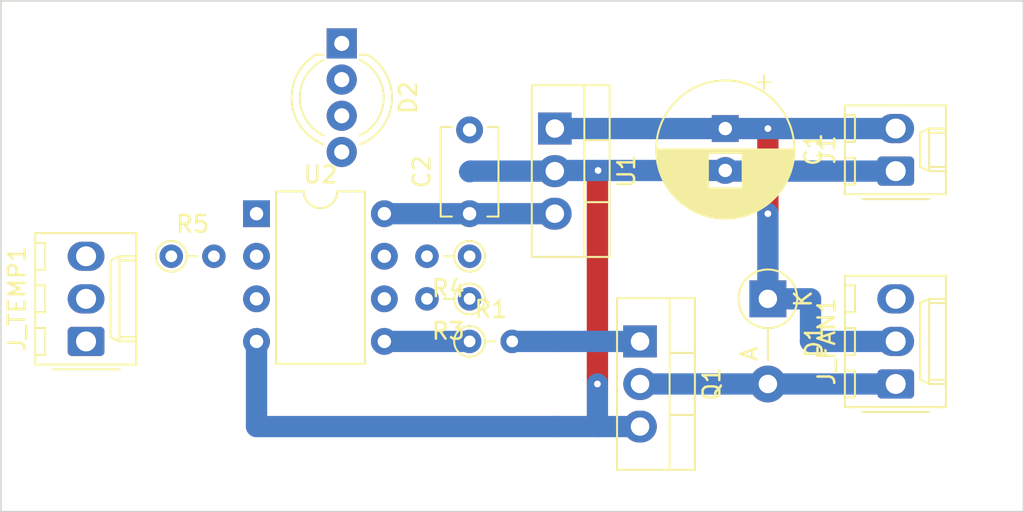
<source format=kicad_pcb>
(kicad_pcb (version 20211014) (generator pcbnew)
  (layers (0 "F.Cu" signal) (31 "B.Cu" signal) (34 "B.Paste" user) (35 "F.Paste" user) (36 "B.SilkS" user "B.Silkscreen") (37 "F.SilkS" user "F.Silkscreen") (38 "B.Mask" user) (39 "F.Mask" user) (44 "Edge.Cuts" user))
  (net 0 "")
  (net 1 "+12V")
  (net 2 "GND")
  (net 3 "Net-(D1-Pad2)")
  (net 5 "Net-(J_TEMP1-Pad2)")
  (net 6 "Net-(Q1-Pad1)")
  (net 7 "Net-(R1-Pad1)")
  (net 9 "Net-(D2-Pad1)")
  (net 10 "Net-(D2-Pad2)")
  (net 11 "Net-(D2-Pad3)")
  (net 12 "+5V")
  (net 13 "Net-(R3-Pad2)")
  (net 14 "Net-(R4-Pad2)")
  (net 15 "Net-(R5-Pad2)")
  (footprint "Resistor_THT:R_Axial_DIN0204_L3.6mm_D1.6mm_P2.54mm_Vertical" (layer "F.Cu") (at 127 93.98)
    (fp_text reference "R5" (at 1.27 -1.92) (layer "F.SilkS"))
    (fp_text value "2k2")
    (fp_line (start 0.92 0) (end 1.54 0) (layer "F.SilkS") (width 0.12))
    (fp_circle (center 0 0) (end 0.92 0) (layer "F.SilkS") (width 0.12) (fill none))
    (pad "1" thru_hole circle (at 0 0) (size 1.4 1.4) (drill 0.7) (layers *.Cu *.Mask) (net 11 "Net-(D2-Pad3)"))
    (pad "2" thru_hole oval (at 2.54 0) (size 1.4 1.4) (drill 0.7) (layers *.Cu *.Mask) (net 15 "Net-(R5-Pad2)"))
  )
  (footprint "Resistor_THT:R_Axial_DIN0204_L3.6mm_D1.6mm_P2.54mm_Vertical" (layer "F.Cu") (at 144.78 99.06)
    (fp_text reference "R1" (at 1.27 -1.92) (layer "F.SilkS"))
    (fp_text value "470R")
    (fp_line (start 0.92 0) (end 1.54 0) (layer "F.SilkS") (width 0.12))
    (fp_circle (center 0 0) (end 0.92 0) (layer "F.SilkS") (width 0.12) (fill none))
    (pad "1" thru_hole circle (at 0 0) (size 1.4 1.4) (drill 0.7) (layers *.Cu *.Mask) (net 7 "Net-(R1-Pad1)"))
    (pad "2" thru_hole oval (at 2.54 0) (size 1.4 1.4) (drill 0.7) (layers *.Cu *.Mask) (net 6 "Net-(Q1-Pad1)"))
  )
  (footprint "LED_THT:LED_D5.0mm-4_RGB_Wide_Pins" (layer "F.Cu") (at 137.16 81.28 -90)
    (fp_text reference "D2" (at 3.2385 -3.96 90) (layer "F.SilkS"))
    (fp_text value "LED_RGBA")
    (fp_line (start 0.6785 -1.545) (end 0.6785 -1.08) (layer "F.SilkS") (width 0.12))
    (fp_line (start 0.6785 1.08) (end 0.6785 1.545) (layer "F.SilkS") (width 0.12))
    (fp_arc (start 5.492979 1.080429) (mid 3.238262 2.5) (end 0.983816 1.08) (layer "F.SilkS") (width 0.12))
    (fp_arc (start 6.026315 1.080827) (mid 3.496956 2.978808) (end 0.6785 1.54483) (layer "F.SilkS") (width 0.12))
    (fp_arc (start 0.983816 -1.08) (mid 3.238262 -2.5) (end 5.492979 -1.080429) (layer "F.SilkS") (width 0.12))
    (fp_arc (start 0.6785 -1.54483) (mid 3.496956 -2.978809) (end 6.026315 -1.080827) (layer "F.SilkS") (width 0.12))
    (pad "1" thru_hole rect (at 0 0 270) (size 1.8 1.8) (drill 0.9) (layers *.Cu *.Mask) (net 9 "Net-(D2-Pad1)"))
    (pad "2" thru_hole circle (at 2.159 0 270) (size 1.8 1.8) (drill 0.9) (layers *.Cu *.Mask) (net 10 "Net-(D2-Pad2)"))
    (pad "3" thru_hole circle (at 4.318 0 270) (size 1.8 1.8) (drill 0.9) (layers *.Cu *.Mask) (net 11 "Net-(D2-Pad3)"))
    (pad "4" thru_hole circle (at 6.477 0 270) (size 1.8 1.8) (drill 0.9) (layers *.Cu *.Mask) (net 12 "+5V"))
  )
  (footprint "Capacitor_THT:CP_Radial_D8.0mm_P2.50mm" (layer "F.Cu") (at 160.02 86.36 -90)
    (fp_text reference "C1" (at 1.25 -5.25 90) (layer "F.SilkS"))
    (fp_text value "470u")
    (fp_line (start 4.331 -2.697) (end 4.331 2.697) (layer "F.SilkS") (width 0.12))
    (fp_line (start 2.011 -4.01) (end 2.011 -1.04) (layer "F.SilkS") (width 0.12))
    (fp_line (start 2.891 -3.74) (end 2.891 -1.04) (layer "F.SilkS") (width 0.12))
    (fp_line (start 5.131 -1.346) (end 5.131 1.346) (layer "F.SilkS") (width 0.12))
    (fp_line (start 2.171 -3.976) (end 2.171 -1.04) (layer "F.SilkS") (width 0.12))
    (fp_line (start 1.53 1.04) (end 1.53 4.071) (layer "F.SilkS") (width 0.12))
    (fp_line (start 2.651 1.04) (end 2.651 3.835) (layer "F.SilkS") (width 0.12))
    (fp_line (start 3.691 -3.28) (end 3.691 3.28) (layer "F.SilkS") (width 0.12))
    (fp_line (start 4.491 -2.505) (end 4.491 2.505) (layer "F.SilkS") (width 0.12))
    (fp_line (start 3.411 1.04) (end 3.411 3.469) (layer "F.SilkS") (width 0.12))
    (fp_line (start 2.211 -3.967) (end 2.211 -1.04) (layer "F.SilkS") (width 0.12))
    (fp_line (start 2.571 1.04) (end 2.571 3.863) (layer "F.SilkS") (width 0.12))
    (fp_line (start 4.851 -1.964) (end 4.851 1.964) (layer "F.SilkS") (width 0.12))
    (fp_line (start 3.331 -3.517) (end 3.331 -1.04) (layer "F.SilkS") (width 0.12))
    (fp_line (start 2.971 1.04) (end 2.971 3.704) (layer "F.SilkS") (width 0.12))
    (fp_line (start 1.81 -4.042) (end 1.81 -1.04) (layer "F.SilkS") (width 0.12))
    (fp_line (start 2.611 1.04) (end 2.611 3.85) (layer "F.SilkS") (width 0.12))
    (fp_line (start 3.011 1.04) (end 3.011 3.686) (layer "F.SilkS") (width 0.12))
    (fp_line (start 3.571 -3.365) (end 3.571 3.365) (layer "F.SilkS") (width 0.12))
    (fp_line (start 4.731 -2.166) (end 4.731 2.166) (layer "F.SilkS") (width 0.12))
    (fp_line (start 2.771 -3.79) (end 2.771 -1.04) (layer "F.SilkS") (width 0.12))
    (fp_line (start 4.211 -2.826) (end 4.211 2.826) (layer "F.SilkS") (width 0.12))
    (fp_line (start 1.89 -4.03) (end 1.89 -1.04) (layer "F.SilkS") (width 0.12))
    (fp_line (start 1.89 1.04) (end 1.89 4.03) (layer "F.SilkS") (width 0.12))
    (fp_line (start 1.57 -4.068) (end 1.57 -1.04) (layer "F.SilkS") (width 0.12))
    (fp_line (start 3.491 1.04) (end 3.491 3.418) (layer "F.SilkS") (width 0.12))
    (fp_line (start 3.171 -3.606) (end 3.171 -1.04) (layer "F.SilkS") (width 0.12))
    (fp_line (start 2.451 1.04) (end 2.451 3.902) (layer "F.SilkS") (width 0.12))
    (fp_line (start 2.091 -3.994) (end 2.091 -1.04) (layer "F.SilkS") (width 0.12))
    (fp_line (start 2.891 1.04) (end 2.891 3.74) (layer "F.SilkS") (width 0.12))
    (fp_line (start 1.25 -4.08) (end 1.25 4.08) (layer "F.SilkS") (width 0.12))
    (fp_line (start 1.61 -4.065) (end 1.61 -1.04) (layer "F.SilkS") (width 0.12))
    (fp_line (start 1.971 1.04) (end 1.971 4.017) (layer "F.SilkS") (width 0.12))
    (fp_line (start 4.251 -2.784) (end 4.251 2.784) (layer "F.SilkS") (width 0.12))
    (fp_line (start 2.051 -4.002) (end 2.051 -1.04) (layer "F.SilkS") (width 0.12))
    (fp_line (start 3.811 -3.189) (end 3.811 3.189) (layer "F.SilkS") (width 0.12))
    (fp_line (start 5.251 -0.948) (end 5.251 0.948) (layer "F.SilkS") (width 0.12))
    (fp_line (start 1.49 -4.074) (end 1.49 -1.04) (layer "F.SilkS") (width 0.12))
    (fp_line (start 2.811 -3.774) (end 2.811 -1.04) (layer "F.SilkS") (width 0.12))
    (fp_line (start 2.331 -3.936) (end 2.331 -1.04) (layer "F.SilkS") (width 0.12))
    (fp_line (start 3.051 1.04) (end 3.051 3.666) (layer "F.SilkS") (width 0.12))
    (fp_line (start 2.131 -3.985) (end 2.131 -1.04) (layer "F.SilkS") (width 0.12))
    (fp_line (start 2.211 1.04) (end 2.211 3.967) (layer "F.SilkS") (width 0.12))
    (fp_line (start 5.211 -1.098) (end 5.211 1.098) (layer "F.SilkS") (width 0.12))
    (fp_line (start 4.531 -2.454) (end 4.531 2.454) (layer "F.SilkS") (width 0.12))
    (fp_line (start 1.45 -4.076) (end 1.45 4.076) (layer "F.SilkS") (width 0.12))
    (fp_line (start 3.051 -3.666) (end 3.051 -1.04) (layer "F.SilkS") (width 0.12))
    (fp_line (start 2.451 -3.902) (end 2.451 -1.04) (layer "F.SilkS") (width 0.12))
    (fp_line (start 5.171 -1.229) (end 5.171 1.229) (layer "F.SilkS") (width 0.12))
    (fp_line (start 3.291 1.04) (end 3.291 3.54) (layer "F.SilkS") (width 0.12))
    (fp_line (start 2.051 1.04) (end 2.051 4.002) (layer "F.SilkS") (width 0.12))
    (fp_line (start 2.771 1.04) (end 2.771 3.79) (layer "F.SilkS") (width 0.12))
    (fp_line (start 5.051 -1.552) (end 5.051 1.552) (layer "F.SilkS") (width 0.12))
    (fp_line (start 5.011 -1.645) (end 5.011 1.645) (layer "F.SilkS") (width 0.12))
    (fp_line (start 1.69 -4.057) (end 1.69 -1.04) (layer "F.SilkS") (width 0.12))
    (fp_line (start 4.931 -1.813) (end 4.931 1.813) (layer "F.SilkS") (width 0.12))
    (fp_line (start 2.531 1.04) (end 2.531 3.877) (layer "F.SilkS") (width 0.12))
    (fp_line (start 3.411 -3.469) (end 3.411 -1.04) (layer "F.SilkS") (width 0.12))
    (fp_line (start 4.051 -2.983) (end 4.051 2.983) (layer "F.SilkS") (width 0.12))
    (fp_line (start 4.451 -2.556) (end 4.451 2.556) (layer "F.SilkS") (width 0.12))
    (fp_line (start 4.411 -2.604) (end 4.411 2.604) (layer "F.SilkS") (width 0.12))
    (fp_line (start 3.731 -3.25) (end 3.731 3.25) (layer "F.SilkS") (width 0.12))
    (fp_line (start 3.171 1.04) (end 3.171 3.606) (layer "F.SilkS") (width 0.12))
    (fp_line (start 2.291 -3.947) (end 2.291 -1.04) (layer "F.SilkS") (width 0.12))
    (fp_line (start 2.131 1.04) (end 2.131 3.985) (layer "F.SilkS") (width 0.12))
    (fp_line (start 4.691 -2.228) (end 4.691 2.228) (layer "F.SilkS") (width 0.12))
    (fp_line (start 2.571 -3.863) (end 2.571 -1.04) (layer "F.SilkS") (width 0.12))
    (fp_line (start 2.371 -3.925) (end 2.371 -1.04) (layer "F.SilkS") (width 0.12))
    (fp_line (start 3.331 1.04) (end 3.331 3.517) (layer "F.SilkS") (width 0.12))
    (fp_line (start 4.891 -1.89) (end 4.891 1.89) (layer "F.SilkS") (width 0.12))
    (fp_line (start 1.57 1.04) (end 1.57 4.068) (layer "F.SilkS") (width 0.12))
    (fp_line (start 5.291 -0.768) (end 5.291 0.768) (layer "F.SilkS") (width 0.12))
    (fp_line (start 1.971 -4.017) (end 1.971 -1.04) (layer "F.SilkS") (width 0.12))
    (fp_line (start 4.611 -2.345) (end 4.611 2.345) (layer "F.SilkS") (width 0.12))
    (fp_line (start -3.159698 -2.315) (end -2.359698 -2.315) (layer "F.SilkS") (width 0.12))
    (fp_line (start 1.29 -4.08) (end 1.29 4.08) (layer "F.SilkS") (width 0.12))
    (fp_line (start 4.571 -2.4) (end 4.571 2.4) (layer "F.SilkS") (width 0.12))
    (fp_line (start 2.411 -3.914) (end 2.411 -1.04) (layer "F.SilkS") (width 0.12))
    (fp_line (start 1.85 1.04) (end 1.85 4.037) (layer "F.SilkS") (width 0.12))
    (fp_line (start 1.81 1.04) (end 1.81 4.042) (layer "F.SilkS") (width 0.12))
    (fp_line (start 2.731 -3.805) (end 2.731 -1.04) (layer "F.SilkS") (width 0.12))
    (fp_line (start 3.371 -3.493) (end 3.371 -1.04) (layer "F.SilkS") (width 0.12))
    (fp_line (start 2.691 1.04) (end 2.691 3.821) (layer "F.SilkS") (width 0.12))
    (fp_line (start 1.65 -4.061) (end 1.65 -1.04) (layer "F.SilkS") (width 0.12))
    (fp_line (start 3.251 1.04) (end 3.251 3.562) (layer "F.SilkS") (width 0.12))
    (fp_line (start 2.251 1.04) (end 2.251 3.957) (layer "F.SilkS") (width 0.12))
    (fp_line (start 3.651 -3.309) (end 3.651 3.309) (layer "F.SilkS") (width 0.12))
    (fp_line (start 4.291 -2.741) (end 4.291 2.741) (layer "F.SilkS") (width 0.12))
    (fp_line (start 2.171 1.04) (end 2.171 3.976) (layer "F.SilkS") (width 0.12))
    (fp_line (start 2.291 1.04) (end 2.291 3.947) (layer "F.SilkS") (width 0.12))
    (fp_line (start 4.171 -2.867) (end 4.171 2.867) (layer "F.SilkS") (width 0.12))
    (fp_line (start 4.771 -2.102) (end 4.771 2.102) (layer "F.SilkS") (width 0.12))
    (fp_line (start 4.131 -2.907) (end 4.131 2.907) (layer "F.SilkS") (width 0.12))
    (fp_line (start 2.491 1.04) (end 2.491 3.889) (layer "F.SilkS") (width 0.12))
    (fp_line (start 2.931 -3.722) (end 2.931 -1.04) (layer "F.SilkS") (width 0.12))
    (fp_line (start 3.611 -3.338) (end 3.611 3.338) (layer "F.SilkS") (width 0.12))
    (fp_line (start 3.371 1.04) (end 3.371 3.493) (layer "F.SilkS") (width 0.12))
    (fp_line (start 3.531 -3.392) (end 3.531 -1.04) (layer "F.SilkS") (width 0.12))
    (fp_line (start 1.49 1.04) (end 1.49 4.074) (layer "F.SilkS") (width 0.12))
    (fp_line (start 4.091 -2.945) (end 4.091 2.945) (layer "F.SilkS") (width 0.12))
    (fp_line (start 2.611 -3.85) (end 2.611 -1.04) (layer "F.SilkS") (width 0.12))
    (fp_line (start 3.211 1.04) (end 3.211 3.584) (layer "F.SilkS") (width 0.12))
    (fp_line (start 3.451 -3.444) (end 3.451 -1.04) (layer "F.SilkS") (width 0.12))
    (fp_line (start 1.77 1.04) (end 1.77 4.048) (layer "F.SilkS") (width 0.12))
    (fp_line (start 2.091 1.04) (end 2.091 3.994) (layer "F.SilkS") (width 0.12))
    (fp_line (start 1.37 -4.079) (end 1.37 4.079) (layer "F.SilkS") (width 0.12))
    (fp_line (start 2.931 1.04) (end 2.931 3.722) (layer "F.SilkS") (width 0.12))
    (fp_line (start 1.85 -4.037) (end 1.85 -1.04) (layer "F.SilkS") (width 0.12))
    (fp_line (start 3.091 -3.647) (end 3.091 -1.04) (layer "F.SilkS") (width 0.12))
    (fp_line (start 3.131 -3.627) (end 3.131 -1.04) (layer "F.SilkS") (width 0.12))
    (fp_line (start 3.531 1.04) (end 3.531 3.392) (layer "F.SilkS") (width 0.12))
    (fp_line (start 2.491 -3.889) (end 2.491 -1.04) (layer "F.SilkS") (width 0.12))
    (fp_line (start 2.011 1.04) (end 2.011 4.01) (layer "F.SilkS") (width 0.12))
    (fp_line (start 3.491 -3.418) (end 3.491 -1.04) (layer "F.SilkS") (width 0.12))
    (fp_line (start 3.771 -3.22) (end 3.771 3.22) (layer "F.SilkS") (width 0.12))
    (fp_line (start 2.411 1.04) (end 2.411 3.914) (layer "F.SilkS") (width 0.12))
    (fp_line (start 3.251 -3.562) (end 3.251 -1.04) (layer "F.SilkS") (width 0.12))
    (fp_line (start 2.971 -3.704) (end 2.971 -1.04) (layer "F.SilkS") (width 0.12))
    (fp_line (start 2.331 1.04) (end 2.331 3.936) (layer "F.SilkS") (width 0.12))
    (fp_line (start 3.211 -3.584) (end 3.211 -1.04) (layer "F.SilkS") (width 0.12))
    (fp_line (start 1.93 1.04) (end 1.93 4.024) (layer "F.SilkS") (width 0.12))
    (fp_line (start 5.331 -0.533) (end 5.331 0.533) (layer "F.SilkS") (width 0.12))
    (fp_line (start 2.651 -3.835) (end 2.651 -1.04) (layer "F.SilkS") (width 0.12))
    (fp_line (start 3.131 1.04) (end 3.131 3.627) (layer "F.SilkS") (width 0.12))
    (fp_line (start 4.811 -2.034) (end 4.811 2.034) (layer "F.SilkS") (width 0.12))
    (fp_line (start 4.971 -1.731) (end 4.971 1.731) (layer "F.SilkS") (width 0.12))
    (fp_line (start 2.731 1.04) (end 2.731 3.805) (layer "F.SilkS") (width 0.12))
    (fp_line (start 4.011 -3.019) (end 4.011 3.019) (layer "F.SilkS") (width 0.12))
    (fp_line (start 4.371 -2.651) (end 4.371 2.651) (layer "F.SilkS") (width 0.12))
    (fp_line (start 2.691 -3.821) (end 2.691 -1.04) (layer "F.SilkS") (width 0.12))
    (fp_line (start 2.531 -3.877) (end 2.531 -1.04) (layer "F.SilkS") (width 0.12))
    (fp_line (start 2.851 1.04) (end 2.851 3.757) (layer "F.SilkS") (width 0.12))
    (fp_line (start -2.759698 -2.715) (end -2.759698 -1.915) (layer "F.SilkS") (width 0.12))
    (fp_line (start 1.77 -4.048) (end 1.77 -1.04) (layer "F.SilkS") (width 0.12))
    (fp_line (start 1.53 -4.071) (end 1.53 -1.04) (layer "F.SilkS") (width 0.12))
    (fp_line (start 2.811 1.04) (end 2.811 3.774) (layer "F.SilkS") (width 0.12))
    (fp_line (start 1.93 -4.024) (end 1.93 -1.04) (layer "F.SilkS") (width 0.12))
    (fp_line (start 2.251 -3.957) (end 2.251 -1.04) (layer "F.SilkS") (width 0.12))
    (fp_line (start 3.891 -3.124) (end 3.891 3.124) (layer "F.SilkS") (width 0.12))
    (fp_line (start 1.69 1.04) (end 1.69 4.057) (layer "F.SilkS") (width 0.12))
    (fp_line (start 3.011 -3.686) (end 3.011 -1.04) (layer "F.SilkS") (width 0.12))
    (fp_line (start 1.73 -4.052) (end 1.73 -1.04) (layer "F.SilkS") (width 0.12))
    (fp_line (start 3.851 -3.156) (end 3.851 3.156) (layer "F.SilkS") (width 0.12))
    (fp_line (start 1.61 1.04) (end 1.61 4.065) (layer "F.SilkS") (width 0.12))
    (fp_line (start 2.851 -3.757) (end 2.851 -1.04) (layer "F.SilkS") (width 0.12))
    (fp_line (start 1.73 1.04) (end 1.73 4.052) (layer "F.SilkS") (width 0.12))
    (fp_line (start 3.091 1.04) (end 3.091 3.647) (layer "F.SilkS") (width 0.12))
    (fp_line (start 1.33 -4.08) (end 1.33 4.08) (layer "F.SilkS") (width 0.12))
    (fp_line (start 5.091 -1.453) (end 5.091 1.453) (layer "F.SilkS") (width 0.12))
    (fp_line (start 1.65 1.04) (end 1.65 4.061) (layer "F.SilkS") (width 0.12))
    (fp_line (start 3.451 1.04) (end 3.451 3.444) (layer "F.SilkS") (width 0.12))
    (fp_line (start 3.971 -3.055) (end 3.971 3.055) (layer "F.SilkS") (width 0.12))
    (fp_line (start 1.41 -4.077) (end 1.41 4.077) (layer "F.SilkS") (width 0.12))
    (fp_line (start 2.371 1.04) (end 2.371 3.925) (layer "F.SilkS") (width 0.12))
    (fp_line (start 4.651 -2.287) (end 4.651 2.287) (layer "F.SilkS") (width 0.12))
    (fp_line (start 3.931 -3.09) (end 3.931 3.09) (layer "F.SilkS") (width 0.12))
    (fp_line (start 3.291 -3.54) (end 3.291 -1.04) (layer "F.SilkS") (width 0.12))
    (fp_circle (center 1.25 0) (end 5.37 0) (layer "F.SilkS") (width 0.12) (fill none))
    (pad "1" thru_hole rect (at 0 0 270) (size 1.6 1.6) (drill 0.8) (layers *.Cu *.Mask) (net 1 "+12V"))
    (pad "2" thru_hole circle (at 2.5 0 270) (size 1.6 1.6) (drill 0.8) (layers *.Cu *.Mask) (net 2 "GND"))
  )
  (footprint "Connector_Molex:Molex_KK-254_AE-6410-02A_1x02_P2.54mm_Vertical" (layer "F.Cu") (at 170.18 88.9 90)
    (fp_text reference "J1" (at 1.27 -4.12 90) (layer "F.SilkS"))
    (fp_text value "Conn_01x02")
    (fp_line (start 1.74 -2.43) (end 3.34 -2.43) (layer "F.SilkS") (width 0.12))
    (fp_line (start 2.29 2.99) (end 2.29 1.99) (layer "F.SilkS") (width 0.12))
    (fp_line (start 2.54 1.99) (end 2.54 2.99) (layer "F.SilkS") (width 0.12))
    (fp_line (start 3.92 -3.03) (end -1.38 -3.03) (layer "F.SilkS") (width 0.12))
    (fp_line (start 2.29 1.46) (end 2.54 1.99) (layer "F.SilkS") (width 0.12))
    (fp_line (start 0.25 1.46) (end 2.29 1.46) (layer "F.SilkS") (width 0.12))
    (fp_line (start 3.34 -2.43) (end 3.34 -3.03) (layer "F.SilkS") (width 0.12))
    (fp_line (start 0 1.99) (end 0.25 1.46) (layer "F.SilkS") (width 0.12))
    (fp_line (start 0.8 -2.43) (end 0.8 -3.03) (layer "F.SilkS") (width 0.12))
    (fp_line (start -0.8 -3.03) (end -0.8 -2.43) (layer "F.SilkS") (width 0.12))
    (fp_line (start 3.92 2.99) (end 3.92 -3.03) (layer "F.SilkS") (width 0.12))
    (fp_line (start -1.38 -3.03) (end -1.38 2.99) (layer "F.SilkS") (width 0.12))
    (fp_line (start 0 1.99) (end 2.54 1.99) (layer "F.SilkS") (width 0.12))
    (fp_line (start 0.25 2.99) (end 0.25 1.99) (layer "F.SilkS") (width 0.12))
    (fp_line (start -1.38 2.99) (end 3.92 2.99) (layer "F.SilkS") (width 0.12))
    (fp_line (start -1.67 -2) (end -1.67 2) (layer "F.SilkS") (width 0.12))
    (fp_line (start -0.8 -2.43) (end 0.8 -2.43) (layer "F.SilkS") (width 0.12))
    (fp_line (start 0 2.99) (end 0 1.99) (layer "F.SilkS") (width 0.12))
    (fp_line (start 1.74 -3.03) (end 1.74 -2.43) (layer "F.SilkS") (width 0.12))
    (pad "1" thru_hole roundrect (at 0 0 90) (size 1.74 2.19) (drill 1.19) (layers *.Cu *.Mask) (roundrect_rratio 0.143678) (net 2 "GND"))
    (pad "2" thru_hole oval (at 2.54 0 90) (size 1.74 2.19) (drill 1.19) (layers *.Cu *.Mask) (net 1 "+12V"))
  )
  (footprint "Resistor_THT:R_Axial_DIN0204_L3.6mm_D1.6mm_P2.54mm_Vertical" (layer "F.Cu") (at 144.78 96.52 180)
    (fp_text reference "R3" (at 1.27 -1.92) (layer "F.SilkS"))
    (fp_text value "1k")
    (fp_line (start 0.92 0) (end 1.54 0) (layer "F.SilkS") (width 0.12))
    (fp_circle (center 0 0) (end 0.92 0) (layer "F.SilkS") (width 0.12) (fill none))
    (pad "1" thru_hole circle (at 0 0 180) (size 1.4 1.4) (drill 0.7) (layers *.Cu *.Mask) (net 9 "Net-(D2-Pad1)"))
    (pad "2" thru_hole oval (at 2.54 0 180) (size 1.4 1.4) (drill 0.7) (layers *.Cu *.Mask) (net 13 "Net-(R3-Pad2)"))
  )
  (footprint "Package_DIP:DIP-8_W7.62mm" (layer "F.Cu") (at 132.08 91.44)
    (fp_text reference "U2" (at 3.81 -2.33) (layer "F.SilkS"))
    (fp_text value "ATtiny85-20P")
    (fp_line (start 1.16 8.95) (end 6.46 8.95) (layer "F.SilkS") (width 0.12))
    (fp_line (start 2.81 -1.33) (end 1.16 -1.33) (layer "F.SilkS") (width 0.12))
    (fp_line (start 6.46 -1.33) (end 4.81 -1.33) (layer "F.SilkS") (width 0.12))
    (fp_line (start 1.16 -1.33) (end 1.16 8.95) (layer "F.SilkS") (width 0.12))
    (fp_line (start 6.46 8.95) (end 6.46 -1.33) (layer "F.SilkS") (width 0.12))
    (fp_arc (start 4.81 -1.33) (mid 3.81 -0.33) (end 2.81 -1.33) (layer "F.SilkS") (width 0.12))
    (pad "1" thru_hole rect (at 0 0) (size 1.6 1.6) (drill 0.8) (layers *.Cu *.Mask))
    (pad "2" thru_hole oval (at 0 2.54) (size 1.6 1.6) (drill 0.8) (layers *.Cu *.Mask) (net 15 "Net-(R5-Pad2)"))
    (pad "3" thru_hole oval (at 0 5.08) (size 1.6 1.6) (drill 0.8) (layers *.Cu *.Mask) (net 5 "Net-(J_TEMP1-Pad2)"))
    (pad "4" thru_hole oval (at 0 7.62) (size 1.6 1.6) (drill 0.8) (layers *.Cu *.Mask) (net 2 "GND"))
    (pad "5" thru_hole oval (at 7.62 7.62) (size 1.6 1.6) (drill 0.8) (layers *.Cu *.Mask) (net 7 "Net-(R1-Pad1)"))
    (pad "6" thru_hole oval (at 7.62 5.08) (size 1.6 1.6) (drill 0.8) (layers *.Cu *.Mask) (net 13 "Net-(R3-Pad2)"))
    (pad "7" thru_hole oval (at 7.62 2.54) (size 1.6 1.6) (drill 0.8) (layers *.Cu *.Mask) (net 14 "Net-(R4-Pad2)"))
    (pad "8" thru_hole oval (at 7.62 0) (size 1.6 1.6) (drill 0.8) (layers *.Cu *.Mask) (net 12 "+5V"))
  )
  (footprint "Package_TO_SOT_THT:TO-220-3_Vertical" (layer "F.Cu") (at 154.94 99.06 -90)
    (fp_text reference "Q1" (at 2.54 -4.27 90) (layer "F.SilkS"))
    (fp_text value "TIP41C")
    (fp_line (start 0.69 -3.27) (end 0.69 -1.76) (layer "F.SilkS") (width 0.12))
    (fp_line (start 4.391 -3.27) (end 4.391 -1.76) (layer "F.SilkS") (width 0.12))
    (fp_line (start 7.66 -3.27) (end 7.66 1.371) (layer "F.SilkS") (width 0.12))
    (fp_line (start -2.58 -3.27) (end 7.66 -3.27) (layer "F.SilkS") (width 0.12))
    (fp_line (start -2.58 -3.27) (end -2.58 1.371) (layer "F.SilkS") (width 0.12))
    (fp_line (start -2.58 -1.76) (end 7.66 -1.76) (layer "F.SilkS") (width 0.12))
    (fp_line (start -2.58 1.371) (end 7.66 1.371) (layer "F.SilkS") (width 0.12))
    (pad "1" thru_hole rect (at 0 0 270) (size 1.905 2) (drill 1.1) (layers *.Cu *.Mask) (net 6 "Net-(Q1-Pad1)"))
    (pad "2" thru_hole oval (at 2.54 0 270) (size 1.905 2) (drill 1.1) (layers *.Cu *.Mask) (net 3 "Net-(D1-Pad2)"))
    (pad "3" thru_hole oval (at 5.08 0 270) (size 1.905 2) (drill 1.1) (layers *.Cu *.Mask) (net 2 "GND"))
  )
  (footprint "Diode_THT:D_DO-41_SOD81_P5.08mm_Vertical_AnodeUp" (layer "F.Cu") (at 162.56 96.52 -90)
    (fp_text reference "D1" (at 2.54 -2.750635 90) (layer "F.SilkS"))
    (fp_text value "1N4001")
    (fp_text user "K" (at 0 -2.1 90) (layer "F.SilkS"))
    (fp_text user "A" (at 3.28 1.1 90) (layer "F.SilkS"))
    (fp_line (start 1.750635 0) (end 3.68 0) (layer "F.SilkS") (width 0.12))
    (fp_circle (center 0 0) (end 1.750635 0) (layer "F.SilkS") (width 0.12) (fill none))
    (pad "1" thru_hole rect (at 0 0 270) (size 2.2 2.2) (drill 1.1) (layers *.Cu *.Mask) (net 1 "+12V"))
    (pad "2" thru_hole oval (at 5.08 0 270) (size 2.2 2.2) (drill 1.1) (layers *.Cu *.Mask) (net 3 "Net-(D1-Pad2)"))
  )
  (footprint "Connector_Molex:Molex_KK-254_AE-6410-03A_1x03_P2.54mm_Vertical" (layer "F.Cu") (at 121.92 99.06 90)
    (fp_text reference "J_TEMP1" (at 2.54 -4.12 90) (layer "F.SilkS"))
    (fp_text value "Conn_01x03")
    (fp_line (start 1.74 -3.03) (end 1.74 -2.43) (layer "F.SilkS") (width 0.12))
    (fp_line (start -0.8 -2.43) (end 0.8 -2.43) (layer "F.SilkS") (width 0.12))
    (fp_line (start 4.83 1.46) (end 5.08 1.99) (layer "F.SilkS") (width 0.12))
    (fp_line (start -1.38 2.99) (end 6.46 2.99) (layer "F.SilkS") (width 0.12))
    (fp_line (start 6.46 2.99) (end 6.46 -3.03) (layer "F.SilkS") (width 0.12))
    (fp_line (start 0 2.99) (end 0 1.99) (layer "F.SilkS") (width 0.12))
    (fp_line (start 0 1.99) (end 5.08 1.99) (layer "F.SilkS") (width 0.12))
    (fp_line (start 6.46 -3.03) (end -1.38 -3.03) (layer "F.SilkS") (width 0.12))
    (fp_line (start 0.25 1.46) (end 4.83 1.46) (layer "F.SilkS") (width 0.12))
    (fp_line (start 3.34 -2.43) (end 3.34 -3.03) (layer "F.SilkS") (width 0.12))
    (fp_line (start 4.28 -2.43) (end 5.88 -2.43) (layer "F.SilkS") (width 0.12))
    (fp_line (start 0.25 2.99) (end 0.25 1.99) (layer "F.SilkS") (width 0.12))
    (fp_line (start 4.28 -3.03) (end 4.28 -2.43) (layer "F.SilkS") (width 0.12))
    (fp_line (start 0.8 -2.43) (end 0.8 -3.03) (layer "F.SilkS") (width 0.12))
    (fp_line (start 4.83 2.99) (end 4.83 1.99) (layer "F.SilkS") (width 0.12))
    (fp_line (start 5.88 -2.43) (end 5.88 -3.03) (layer "F.SilkS") (width 0.12))
    (fp_line (start 1.74 -2.43) (end 3.34 -2.43) (layer "F.SilkS") (width 0.12))
    (fp_line (start 0 1.99) (end 0.25 1.46) (layer "F.SilkS") (width 0.12))
    (fp_line (start -1.67 -2) (end -1.67 2) (layer "F.SilkS") (width 0.12))
    (fp_line (start -0.8 -3.03) (end -0.8 -2.43) (layer "F.SilkS") (width 0.12))
    (fp_line (start 5.08 1.99) (end 5.08 2.99) (layer "F.SilkS") (width 0.12))
    (fp_line (start -1.38 -3.03) (end -1.38 2.99) (layer "F.SilkS") (width 0.12))
    (pad "1" thru_hole roundrect (at 0 0 90) (size 1.74 2.19) (drill 1.19) (layers *.Cu *.Mask) (roundrect_rratio 0.143678) (net 2 "GND"))
    (pad "2" thru_hole oval (at 2.54 0 90) (size 1.74 2.19) (drill 1.19) (layers *.Cu *.Mask) (net 5 "Net-(J_TEMP1-Pad2)"))
    (pad "3" thru_hole oval (at 5.08 0 90) (size 1.74 2.19) (drill 1.19) (layers *.Cu *.Mask) (net 12 "+5V"))
  )
  (footprint "Package_TO_SOT_THT:TO-220-3_Vertical" (layer "F.Cu") (at 149.86 86.36 -90)
    (fp_text reference "U1" (at 2.54 -4.27 90) (layer "F.SilkS"))
    (fp_text value "LM7805_TO220")
    (fp_line (start -2.58 1.371) (end 7.66 1.371) (layer "F.SilkS") (width 0.12))
    (fp_line (start 7.66 -3.27) (end 7.66 1.371) (layer "F.SilkS") (width 0.12))
    (fp_line (start 0.69 -3.27) (end 0.69 -1.76) (layer "F.SilkS") (width 0.12))
    (fp_line (start -2.58 -3.27) (end -2.58 1.371) (layer "F.SilkS") (width 0.12))
    (fp_line (start -2.58 -3.27) (end 7.66 -3.27) (layer "F.SilkS") (width 0.12))
    (fp_line (start 4.391 -3.27) (end 4.391 -1.76) (layer "F.SilkS") (width 0.12))
    (fp_line (start -2.58 -1.76) (end 7.66 -1.76) (layer "F.SilkS") (width 0.12))
    (pad "1" thru_hole rect (at 0 0 270) (size 1.905 2) (drill 1.1) (layers *.Cu *.Mask) (net 1 "+12V"))
    (pad "2" thru_hole oval (at 2.54 0 270) (size 1.905 2) (drill 1.1) (layers *.Cu *.Mask) (net 2 "GND"))
    (pad "3" thru_hole oval (at 5.08 0 270) (size 1.905 2) (drill 1.1) (layers *.Cu *.Mask) (net 12 "+5V"))
  )
  (footprint "Connector_Molex:Molex_KK-254_AE-6410-03A_1x03_P2.54mm_Vertical" (layer "F.Cu") (at 170.18 101.6 90)
    (fp_text reference "J_FAN1" (at 2.54 -4.12 90) (layer "F.SilkS"))
    (fp_text value "Conn_01x03")
    (fp_line (start 4.28 -2.43) (end 5.88 -2.43) (layer "F.SilkS") (width 0.12))
    (fp_line (start 4.28 -3.03) (end 4.28 -2.43) (layer "F.SilkS") (width 0.12))
    (fp_line (start 0 1.99) (end 5.08 1.99) (layer "F.SilkS") (width 0.12))
    (fp_line (start 6.46 2.99) (end 6.46 -3.03) (layer "F.SilkS") (width 0.12))
    (fp_line (start -0.8 -3.03) (end -0.8 -2.43) (layer "F.SilkS") (width 0.12))
    (fp_line (start 0.25 1.46) (end 4.83 1.46) (layer "F.SilkS") (width 0.12))
    (fp_line (start 0.25 2.99) (end 0.25 1.99) (layer "F.SilkS") (width 0.12))
    (fp_line (start 0.8 -2.43) (end 0.8 -3.03) (layer "F.SilkS") (width 0.12))
    (fp_line (start -1.38 2.99) (end 6.46 2.99) (layer "F.SilkS") (width 0.12))
    (fp_line (start 1.74 -3.03) (end 1.74 -2.43) (layer "F.SilkS") (width 0.12))
    (fp_line (start 3.34 -2.43) (end 3.34 -3.03) (layer "F.SilkS") (width 0.12))
    (fp_line (start 1.74 -2.43) (end 3.34 -2.43) (layer "F.SilkS") (width 0.12))
    (fp_line (start 4.83 1.46) (end 5.08 1.99) (layer "F.SilkS") (width 0.12))
    (fp_line (start -0.8 -2.43) (end 0.8 -2.43) (layer "F.SilkS") (width 0.12))
    (fp_line (start 4.83 2.99) (end 4.83 1.99) (layer "F.SilkS") (width 0.12))
    (fp_line (start -1.38 -3.03) (end -1.38 2.99) (layer "F.SilkS") (width 0.12))
    (fp_line (start 5.88 -2.43) (end 5.88 -3.03) (layer "F.SilkS") (width 0.12))
    (fp_line (start 0 1.99) (end 0.25 1.46) (layer "F.SilkS") (width 0.12))
    (fp_line (start -1.67 -2) (end -1.67 2) (layer "F.SilkS") (width 0.12))
    (fp_line (start 5.08 1.99) (end 5.08 2.99) (layer "F.SilkS") (width 0.12))
    (fp_line (start 6.46 -3.03) (end -1.38 -3.03) (layer "F.SilkS") (width 0.12))
    (fp_line (start 0 2.99) (end 0 1.99) (layer "F.SilkS") (width 0.12))
    (pad "1" thru_hole roundrect (at 0 0 90) (size 1.74 2.19) (drill 1.19) (layers *.Cu *.Mask) (roundrect_rratio 0.143678) (net 3 "Net-(D1-Pad2)"))
    (pad "2" thru_hole oval (at 2.54 0 90) (size 1.74 2.19) (drill 1.19) (layers *.Cu *.Mask) (net 1 "+12V"))
    (pad "3" thru_hole oval (at 5.08 0 90) (size 1.74 2.19) (drill 1.19) (layers *.Cu *.Mask))
  )
  (footprint "Resistor_THT:R_Axial_DIN0204_L3.6mm_D1.6mm_P2.54mm_Vertical" (layer "F.Cu") (at 144.78 93.98 180)
    (fp_text reference "R4" (at 1.27 -1.92) (layer "F.SilkS"))
    (fp_text value "3k6")
    (fp_line (start 0.92 0) (end 1.54 0) (layer "F.SilkS") (width 0.12))
    (fp_circle (center 0 0) (end 0.92 0) (layer "F.SilkS") (width 0.12) (fill none))
    (pad "1" thru_hole circle (at 0 0 180) (size 1.4 1.4) (drill 0.7) (layers *.Cu *.Mask) (net 10 "Net-(D2-Pad2)"))
    (pad "2" thru_hole oval (at 2.54 0 180) (size 1.4 1.4) (drill 0.7) (layers *.Cu *.Mask) (net 14 "Net-(R4-Pad2)"))
  )
  (footprint "Capacitor_THT:C_Disc_D5.1mm_W3.2mm_P5.00mm" (layer "F.Cu") (at 144.78 91.44 90)
    (fp_text reference "C2" (at 2.5 -2.85 90) (layer "F.SilkS"))
    (fp_text value "0.1u")
    (fp_line (start -0.17 -1.721) (end -0.17 -1.055) (layer "F.SilkS") (width 0.12))
    (fp_line (start 5.17 -1.721) (end 5.17 -1.055) (layer "F.SilkS") (width 0.12))
    (fp_line (start -0.17 1.055) (end -0.17 1.721) (layer "F.SilkS") (width 0.12))
    (fp_line (start -0.17 1.721) (end 5.17 1.721) (layer "F.SilkS") (width 0.12))
    (fp_line (start 5.17 1.055) (end 5.17 1.721) (layer "F.SilkS") (width 0.12))
    (fp_line (start -0.17 -1.721) (end 5.17 -1.721) (layer "F.SilkS") (width 0.12))
    (pad "1" thru_hole circle (at 0 0 90) (size 1.6 1.6) (drill 0.8) (layers *.Cu *.Mask) (net 12 "+5V"))
    (pad "2" thru_hole circle (at 5 0 90) (size 1.6 1.6) (drill 0.8) (layers *.Cu *.Mask) (net 2 "GND"))
  )
  (gr_rect (start 116.84 78.74) (end 177.8 109.22) (layer "Edge.Cuts") (width 0.1) (fill none))
  (segment (start 162.56 91.44) (end 162.56 86.36) (width 1.27) (layer "F.Cu") (net 1))
  (via (at 162.56 91.44) (size 0.8) (drill 0.4) (layers "F.Cu" "B.Cu") (net 1))
  (via (at 162.56 86.36) (size 0.8) (drill 0.4) (layers "F.Cu" "B.Cu") (net 1))
  (segment (start 160.02 86.36) (end 149.86 86.36) (width 1.27) (layer "B.Cu") (net 1))
  (segment (start 165.1 99.06) (end 165.1 96.52) (width 1.27) (layer "B.Cu") (net 1))
  (segment (start 165.1 96.52) (end 162.56 96.52) (width 1.27) (layer "B.Cu") (net 1))
  (segment (start 162.56 96.52) (end 162.56 91.44) (width 1.27) (layer "B.Cu") (net 1))
  (segment (start 170.18 99.06) (end 165.1 99.06) (width 1.27) (layer "B.Cu") (net 1))
  (segment (start 170.18 86.36) (end 160.02 86.36) (width 1.27) (layer "B.Cu") (net 1))
  (segment (start 152.4 88.9) (end 152.44 88.86) (width 1.27) (layer "F.Cu") (net 2))
  (segment (start 152.4 101.6) (end 152.4 88.9) (width 1.27) (layer "F.Cu") (net 2))
  (via (at 152.44 88.86) (size 0.8) (drill 0.4) (layers "F.Cu" "B.Cu") (net 2))
  (via (at 152.4 101.6) (size 0.8) (drill 0.4) (layers "F.Cu" "B.Cu") (net 2))
  (segment (start 154.94 104.14) (end 152.4 104.14) (width 1.27) (layer "B.Cu") (net 2))
  (segment (start 149.86 104.14) (end 132.08 104.14) (width 1.27) (layer "B.Cu") (net 2))
  (segment (start 152.4 104.14) (end 149.86 104.14) (width 1.27) (layer "B.Cu") (net 2))
  (segment (start 160.06 88.9) (end 160.02 88.86) (width 1.27) (layer "B.Cu") (net 2))
  (segment (start 152.4 104.14) (end 152.4 101.6) (width 1.27) (layer "B.Cu") (net 2))
  (segment (start 152.44 88.86) (end 149.9 88.86) (width 1.27) (layer "B.Cu") (net 2))
  (segment (start 132.08 104.14) (end 132.08 99.06) (width 1.27) (layer "B.Cu") (net 2))
  (segment (start 170.18 88.9) (end 160.06 88.9) (width 1.27) (layer "B.Cu") (net 2))
  (segment (start 149.9 88.86) (end 149.86 88.9) (width 1.27) (layer "B.Cu") (net 2))
  (segment (start 144.82 88.9) (end 144.78 88.94) (width 1.27) (layer "B.Cu") (net 2))
  (segment (start 149.86 88.9) (end 144.82 88.9) (width 1.27) (layer "B.Cu") (net 2))
  (segment (start 160.02 88.86) (end 152.44 88.86) (width 1.27) (layer "B.Cu") (net 2))
  (segment (start 154.94 101.6) (end 162.56 101.6) (width 1.27) (layer "B.Cu") (net 3))
  (segment (start 162.56 101.6) (end 170.18 101.6) (width 1.27) (layer "B.Cu") (net 3))
  (segment (start 149.86 99.06) (end 154.94 99.06) (width 1.27) (layer "B.Cu") (net 6))
  (segment (start 147.32 99.06) (end 149.86 99.06) (width 1.27) (layer "B.Cu") (net 6))
  (segment (start 139.7 99.06) (end 144.78 99.06) (width 1.27) (layer "B.Cu") (net 7))
  (segment (start 144.78 91.44) (end 139.7 91.44) (width 1.27) (layer "B.Cu") (net 12))
  (segment (start 149.86 91.44) (end 144.78 91.44) (width 1.27) (layer "B.Cu") (net 12))
)
</source>
